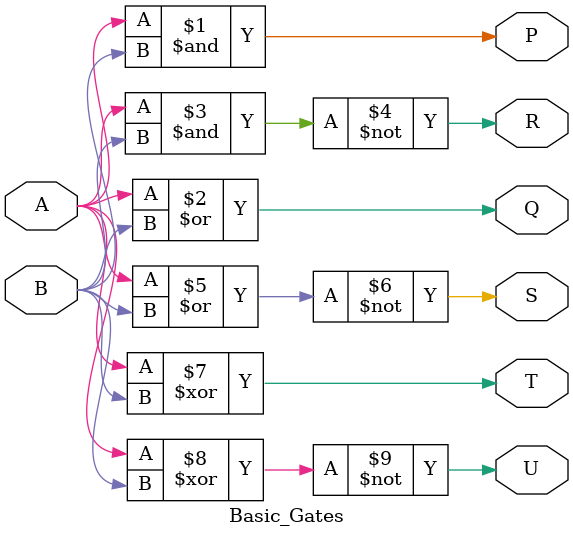
<source format=v>
`timescale 1ns / 1ps


module Basic_Gates(A,B,P,Q,R,S,T,U);
    input A,B;
    output P,Q,R,S,T,U;
    
    and a1(P,A,B);
    or a2(Q,A,B);
    nand a3(R,A,B);
    nor a4(S,A,B);
    xor a5(T,A,B);
    xnor a6(U,A,B);
    
endmodule

</source>
